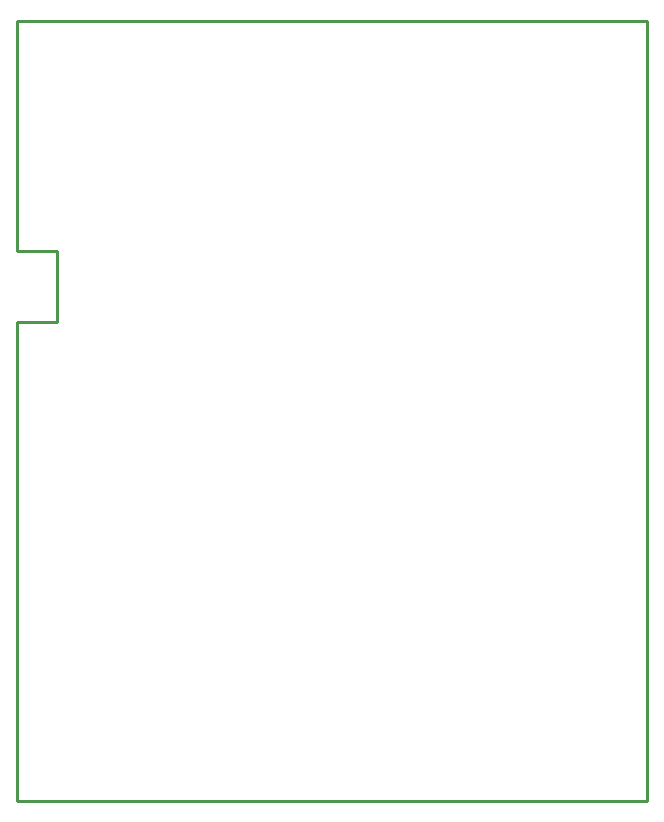
<source format=gko>
G04*
G04 #@! TF.GenerationSoftware,Altium Limited,Altium Designer,23.0.1 (38)*
G04*
G04 Layer_Color=16711935*
%FSLAX25Y25*%
%MOIN*%
G70*
G04*
G04 #@! TF.SameCoordinates,E0BBA437-4333-49BD-AE1E-3590298AE75E*
G04*
G04*
G04 #@! TF.FilePolarity,Positive*
G04*
G01*
G75*
%ADD13C,0.01000*%
D13*
X-10Y183181D02*
X13290D01*
X13300Y159800D02*
Y183100D01*
X0Y159800D02*
X13300D01*
X0Y100D02*
X37Y159514D01*
X0Y183300D02*
Y260000D01*
X210000D01*
X-0Y0D02*
X210000D01*
X210000Y260000D02*
X210000Y0D01*
M02*

</source>
